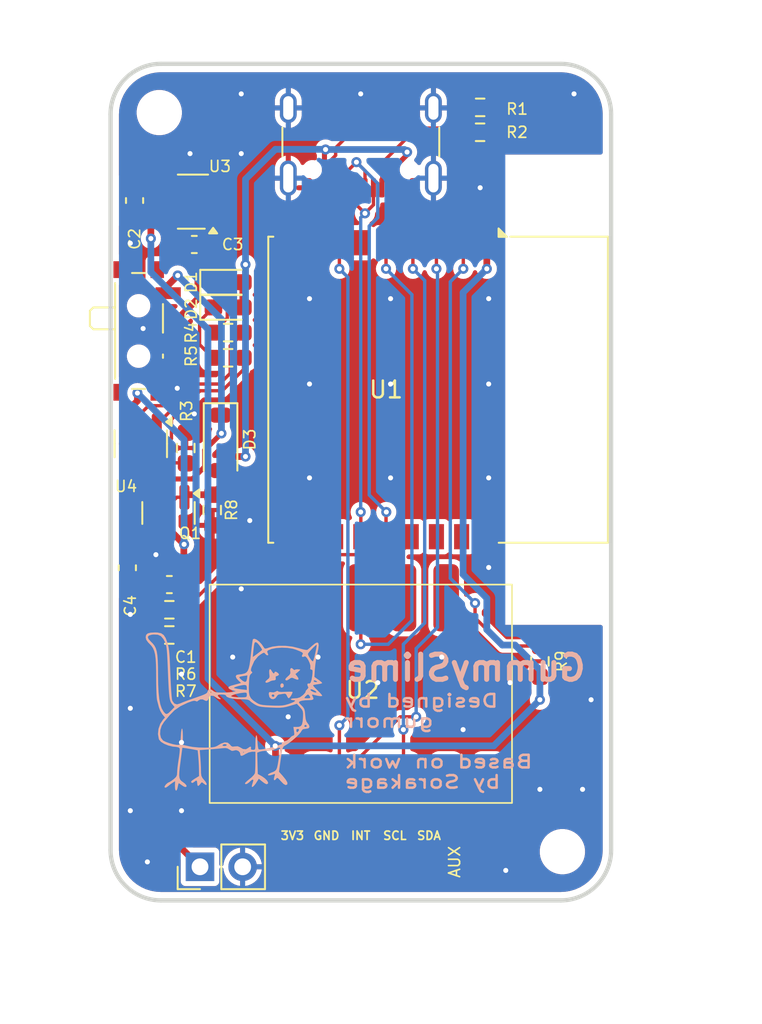
<source format=kicad_pcb>
(kicad_pcb (version 20240108) (generator "pcbnew") (generator_version "8.0")
  (layers (0 "F.Cu" signal "Top Layer") (31 "B.Cu" signal "Bottom Layer") (34 "B.Paste" user "Bottom Paste Mask Layer") (35 "F.Paste" user "Top Paste Mask Layer") (36 "B.SilkS" user "Bottom Silkscreen Layer") (37 "F.SilkS" user "Top Silkscreen Layer") (38 "B.Mask" user "Bottom Solder Mask Layer") (39 "F.Mask" user "Top Solder Mask Layer") (44 "Edge.Cuts" user "Multi-Layer"))
  (net 0 "")
  (net 1 "+5V")
  (net 2 "Net-(D3-K)")
  (net 3 "+BAT")
  (net 4 "GND")
  (net 6 "+3V3")
  (net 7 "INT1")
  (net 8 "INT2")
  (net 9 "SCL")
  (net 10 "D-")
  (net 15 "D+")
  (net 16 "SDA")
  (net 17 "ADC")
  (net 18 "Net-(U1-EN)")
  (net 22 "VIN")
  (net 24 "Net-(U4-STDBY)")
  (net 25 "Net-(U4-~{CHRG})")
  (net 26 "Net-(U4-PROG)")
  (net 27 "Net-(D1-K)")
  (net 28 "Net-(D2-K)")
  (net 37 "Net-(CN1-CC2)")
  (net 38 "Net-(CN1-CC1)")
  (footprint "Resistor_SMD:R_0603_1608Metric_Pad0.98x0.95mm_HandSolder" (layer "F.Cu") (at 140.5 114 180)
    (property "Reference" "R7" (at -0.978 -3.348 0) (layer "F.SilkS") (effects (font (size 0.66 0.66) (thickness 0.1))))
    (property "Value" "100K" (hide yes))
    (pad "1" smd roundrect (at -0.9125 0 180) (size 0.975 0.95) (layers "F.Cu" "F.Paste" "F.Mask") (net 17 "ADC"))
    (pad "2" smd roundrect (at 0.9125 0 180) (size 0.975 0.95) (layers "F.Cu" "F.Paste" "F.Mask") (net 3 "+BAT"))
  )
  (footprint "Package_TO_SOT_SMD:SOT-23" (layer "F.Cu") (at 140.45 106.7375 -90)
    (property "Reference" "Q1" (at 1.2125 -1.282 180) (layer "F.SilkS") (effects (font (size 0.66 0.66) (thickness 0.1))))
    (property "Value" "IRLML6401" (hide yes))
    (pad "1" smd roundrect (at -0.9375 -0.95 270) (size 1.475 0.6) (layers "F.Cu" "F.Paste" "F.Mask") (net 1 "+5V"))
    (pad "2" smd roundrect (at -0.9375 0.95 270) (size 1.475 0.6) (layers "F.Cu" "F.Paste" "F.Mask") (net 2 "Net-(D3-K)"))
    (pad "3" smd roundrect (at 0.9375 0 270) (size 1.475 0.6) (layers "F.Cu" "F.Paste" "F.Mask") (net 3 "+BAT"))
  )
  (footprint "LED_SMD:LED_0603_1608Metric_Pad1.05x0.95mm_HandSolder" (layer "F.Cu") (at 144 93)
    (property "Reference" "D1" (at -2.2 0 90) (layer "F.SilkS") (effects (font (size 0.66 0.66) (thickness 0.1))))
    (property "Value" "R" (hide yes))
    (pad "1" smd roundrect (at -0.875 0) (size 1.05 0.95) (layers "F.Cu" "F.Paste" "F.Mask") (net 27 "Net-(D1-K)"))
    (pad "2" smd roundrect (at 0.875 0) (size 1.05 0.95) (layers "F.Cu" "F.Paste" "F.Mask") (net 1 "+5V"))
  )
  (footprint "Resistor_SMD:R_0603_1608Metric_Pad0.98x0.95mm_HandSolder" (layer "F.Cu") (at 144 97.5)
    (property "Reference" "R5" (at -2.2 -0.1 90) (layer "F.SilkS") (effects (font (size 0.66 0.66) (thickness 0.1))))
    (property "Value" "1K" (hide yes))
    (pad "1" smd roundrect (at -0.9125 0) (size 0.975 0.95) (layers "F.Cu" "F.Paste" "F.Mask") (net 28 "Net-(D2-K)"))
    (pad "2" smd roundrect (at 0.9125 0) (size 0.975 0.95) (layers "F.Cu" "F.Paste" "F.Mask") (net 24 "Net-(U4-STDBY)"))
  )
  (footprint "GummySlime:BMI_LSM" (layer "F.Cu") (at 151.9 117.5 90)
    (property "Reference" "U2" (at 0.216794 0.108397 0) (layer "F.SilkS"))
    (property "Value" "IMU_MODULE" (hide yes))
    (pad "1" smd roundrect (at -5.715 -7.62 90) (size 4 1.524) (layers "F.Cu" "F.Paste" "F.Mask"))
    (pad "2" smd roundrect (at -5.715 -5.08 90) (size 4 1.524) (layers "F.Cu" "F.Paste" "F.Mask") (net 6 "+3V3"))
    (pad "3" smd roundrect (at -5.715 -2.54 90) (size 4 1.524) (layers "F.Cu" "F.Paste" "F.Mask") (net 4 "GND"))
    (pad "4" smd roundrect (at -5.715 0 90) (size 4 1.524) (layers "F.Cu" "F.Paste" "F.Mask") (net 9 "SCL"))
    (pad "5" smd roundrect (at -5.715 2.54 90) (size 4 1.524) (layers "F.Cu" "F.Paste" "F.Mask") (net 16 "SDA"))
    (pad "6" smd roundrect (at -5.715 5.08 90) (size 4 1.524) (layers "F.Cu" "F.Paste" "F.Mask"))
    (pad "7" smd roundrect (at -5.715 7.62 90) (size 4 1.524) (layers "F.Cu" "F.Paste" "F.Mask"))
    (pad "8" smd roundrect (at 5.715 -5.08 90) (size 4 1.524) (layers "F.Cu" "F.Paste" "F.Mask"))
    (pad "9" smd roundrect (at 5.715 -2.54 90) (size 4 1.524) (layers "F.Cu" "F.Paste" "F.Mask"))
    (pad "10" smd roundrect (at 5.715 0 90) (size 4 1.524) (layers "F.Cu" "F.Paste" "F.Mask") (net 7 "INT1"))
    (pad "11" smd roundrect (at 5.715 2.54 90) (size 4 1.524) (layers "F.Cu" "F.Paste" "F.Mask"))
    (pad "12" smd roundrect (at 5.715 5.08 90) (size 4 1.524) (layers "F.Cu" "F.Paste" "F.Mask"))
  )
  (footprint "Capacitor_SMD:C_0603_1608Metric_Pad1.08x0.95mm_HandSolder" (layer "F.Cu") (at 138.43 88.138 90)
    (property "Reference" "C2" (at -2.286 0 -90) (layer "F.SilkS") (effects (font (size 0.66 0.66) (thickness 0.1))))
    (property "Value" "1uF" (hide yes))
    (pad "1" smd roundrect (at -0.8625 0 90) (size 1.075 0.95) (layers "F.Cu" "F.Paste" "F.Mask") (net 6 "+3V3"))
    (pad "2" smd roundrect (at 0.8625 0 90) (size 1.075 0.95) (layers "F.Cu" "F.Paste" "F.Mask") (net 4 "GND"))
  )
  (footprint "Resistor_SMD:R_0603_1608Metric_Pad0.98x0.95mm_HandSolder" (layer "F.Cu") (at 141.478 102.87 90)
    (property "Reference" "R3" (at 2.2 0.05 -90) (layer "F.SilkS") (effects (font (size 0.66 0.66) (thickness 0.1))))
    (property "Value" "3K")
    (pad "1" smd roundrect (at -0.9125 0 90) (size 0.975 0.95) (layers "F.Cu" "F.Paste" "F.Mask") (net 26 "Net-(U4-PROG)"))
    (pad "2" smd roundrect (at 0.9125 0 90) (size 0.975 0.95) (layers "F.Cu" "F.Paste" "F.Mask") (net 4 "GND"))
  )
  (footprint "Resistor_SMD:R_0603_1608Metric_Pad0.98x0.95mm_HandSolder" (layer "F.Cu") (at 159 84.074 180)
    (property "Reference" "R2" (at -2.2 0 0) (layer "F.SilkS") (effects (font (size 0.66 0.66) (thickness 0.1))))
    (property "Value" "5.1K" (hide yes))
    (pad "1" smd roundrect (at -0.9125 0 180) (size 0.975 0.95) (layers "F.Cu" "F.Paste" "F.Mask") (net 4 "GND"))
    (pad "2" smd roundrect (at 0.9125 0 180) (size 0.975 0.95) (layers "F.Cu" "F.Paste" "F.Mask") (net 38 "Net-(CN1-CC1)"))
  )
  (footprint "Button_Switch_SMD:SW_SPDT_PCM12" (layer "F.Cu") (at 139 95.902 -90)
    (property "Reference" "SW1" (hide yes))
    (property "Value" "SW_SPDT")
    (pad "" smd rect (at -3.65 -0.78 270) (size 1 0.8) (layers "F.Cu" "F.Paste" "F.Mask"))
    (pad "" smd rect (at -3.65 1.43 270) (size 1 0.8) (layers "F.Cu" "F.Paste" "F.Mask"))
    (pad "" np_thru_hole circle (at -1.5 0.33 270) (size 0.9 0.9) (drill 0.9) (layers "*.Cu" "*.Mask"))
    (pad "" np_thru_hole circle (at 1.5 0.33 270) (size 0.9 0.9) (drill 0.9) (layers "*.Cu" "*.Mask"))
    (pad "" smd rect (at 3.65 -0.78 270) (size 1 0.8) (layers "F.Cu" "F.Paste" "F.Mask"))
    (pad "" smd rect (at 3.65 1.43 270) (size 1 0.8) (layers "F.Cu" "F.Paste" "F.Mask"))
    (pad "1" smd rect (at -2.25 -1.43 270) (size 0.7 1.5) (layers "F.Cu" "F.Paste" "F.Mask") (net 2 "Net-(D3-K)"))
    (pad "2" smd rect (at 0.75 -1.43 270) (size 0.7 1.5) (layers "F.Cu" "F.Paste" "F.Mask") (net 22 "VIN"))
    (pad "3" smd rect (at 2.25 -1.43 270) (size 0.7 1.5) (layers "F.Cu" "F.Paste" "F.Mask"))
  )
  (footprint "Resistor_SMD:R_0603_1608Metric_Pad0.98x0.95mm_HandSolder" (layer "F.Cu") (at 140.5 112.5)
    (property "Reference" "R6" (at 0.978 3.832 0) (layer "F.SilkS") (effects (font (size 0.66 0.66) (thickness 0.1))))
    (property "Value" "100K" (hide yes))
    (pad "1" smd roundrect (at -0.9125 0) (size 0.975 0.95) (layers "F.Cu" "F.Paste" "F.Mask") (net 4 "GND"))
    (pad "2" smd roundrect (at 0.9125 0) (size 0.975 0.95) (layers "F.Cu" "F.Paste" "F.Mask") (net 17 "ADC"))
  )
  (footprint "Package_TO_SOT_SMD:SOT-23-5_HandSoldering" (layer "F.Cu") (at 141.906 88.204 180)
    (property "Reference" "U3" (at -1.604 2.098 180) (layer "F.SilkS") (effects (font (size 0.66 0.66) (thickness 0.1))))
    (property "Value" "MIC5504-3.3Y")
    (pad "1" smd roundrect (at -1.35 -0.95 180) (size 1.56 0.65) (layers "F.Cu" "F.Paste" "F.Mask") (net 22 "VIN"))
    (pad "2" smd roundrect (at -1.35 0 180) (size 1.56 0.65) (layers "F.Cu" "F.Paste" "F.Mask") (net 4 "GND"))
    (pad "3" smd roundrect (at -1.35 0.95 180) (size 1.56 0.65) (layers "F.Cu" "F.Paste" "F.Mask") (net 22 "VIN"))
    (pad "4" smd roundrect (at 1.35 0.95 180) (size 1.56 0.65) (layers "F.Cu" "F.Paste" "F.Mask"))
    (pad "5" smd roundrect (at 1.35 -0.95 180) (size 1.56 0.65) (layers "F.Cu" "F.Paste" "F.Mask") (net 6 "+3V3"))
  )
  (footprint "MountingHole:MountingHole_2.2mm_M2" (layer "F.Cu") (at 163.9005 126.9)
    (property "Reference" "REF**" (hide yes))
    (property "Value" "MountingHole_2.2mm_M2")
    (pad "" np_thru_hole circle (at 0 0) (size 2.2 2.2) (drill 2.2) (layers "*.Cu" "*.Mask"))
  )
  (footprint "MountingHole:MountingHole_2.2mm_M2" (layer "F.Cu") (at 139.9005 82.9005)
    (property "Reference" "REF**" (hide yes))
    (property "Value" "MountingHole_2.2mm_M2")
    (pad "" np_thru_hole circle (at 0 0) (size 2.2 2.2) (drill 2.2) (layers "*.Cu" "*.Mask"))
  )
  (footprint "RF_Module:ESP32-C3-WROOM-02" (layer "F.Cu") (at 153.4 99.4 -90)
    (property "Reference" "U1" (at 0 0 180) (layer "F.SilkS"))
    (property "Value" "ESP32-C3-WROOM-02" (hide yes))
    (pad "1" smd rect (at -8.75 -6 270) (size 1.5 0.9) (layers "F.Cu" "F.Paste" "F.Mask") (net 6 "+3V3"))
    (pad "2" smd rect (at -8.75 -4.5 270) (size 1.5 0.9) (layers "F.Cu" "F.Paste" "F.Mask") (net 18 "Net-(U1-EN)"))
    (pad "3" smd rect (at -8.75 -3 270) (size 1.5 0.9) (layers "F.Cu" "F.Paste" "F.Mask") (net 9 "SCL"))
    (pad "4" smd rect (at -8.75 -1.5 270) (size 1.5 0.9) (layers "F.Cu" "F.Paste" "F.Mask") (net 16 "SDA"))
    (pad "5" smd rect (at -8.75 0 270) (size 1.5 0.9) (layers "F.Cu" "F.Paste" "F.Mask") (net 7 "INT1"))
    (pad "6" smd rect (at -8.75 1.5 270) (size 1.5 0.9) (layers "F.Cu" "F.Paste" "F.Mask"))
    (pad "7" smd rect (at -8.75 3 270) (size 1.5 0.9) (layers "F.Cu" "F.Paste" "F.Mask") (net 8 "INT2"))
    (pad "8" smd rect (at -8.75 4.5 270) (size 1.5 0.9) (layers "F.Cu" "F.Paste" "F.Mask"))
    (pad "9" smd rect (at -8.75 6 270) (size 1.5 0.9) (layers "F.Cu" "F.Paste" "F.Mask") (net 4 "GND"))
    (pad "10" smd rect (at 8.75 6 270) (size 1.5 0.9) (layers "F.Cu" "F.Paste" "F.Mask"))
    (pad "11" smd rect (at 8.75 4.5 270) (size 1.5 0.9) (layers "F.Cu" "F.Paste" "F.Mask"))
    (pad "12" smd rect (at 8.75 3 270) (size 1.5 0.9) (layers "F.Cu" "F.Paste" "F.Mask"))
    (pad "13" smd rect (at 8.75 1.5 270) (size 1.5 0.9) (layers "F.Cu" "F.Paste" "F.Mask") (net 10 "D-"))
    (pad "14" smd rect (at 8.75 0 270) (size 1.5 0.9) (layers "F.Cu" "F.Paste" "F.Mask") (net 15 "D+"))
    (pad "15" smd rect (at 8.75 -1.5 270) (size 1.5 0.9) (layers "F.Cu" "F.Paste" "F.Mask") (net 17 "ADC"))
    (pad "16" smd rect (at 8.75 -3 270) (size 1.5 0.9) (layers "F.Cu" "F.Paste" "F.Mask"))
    (pad "17" smd rect (at 8.75 -4.5 270) (size 1.5 0.9) (layers "F.Cu" "F.Paste" "F.Mask"))
    (pad "18" smd rect (at 8.75 -6 270) (size 1.5 0.9) (layers "F.Cu" "F.Paste" "F.Mask"))
    (zone (net 0) (net_name "") (layers "*.Cu") (connect_pads (clearance 0)) (min_thickness 0.254)
      (keepout (tracks not_allowed) (vias not_allowed) (pads not_allowed) (copperpour not_allowed) (footprints not_allowed))
      (fill (thermal_gap 0.508) (thermal_bridge_width 0.508))
      (polygon (pts (xy 160.5 85.4) (xy 160.5 113.4) (xy 171.5 113.4) (xy 171.5 85.4)))
    )
  )
  (footprint "Resistor_SMD:R_0603_1608Metric_Pad0.98x0.95mm_HandSolder" (layer "F.Cu") (at 143.05 106.5625 -90)
    (property "Reference" "R8" (at 0 -1.15 90) (layer "F.SilkS") (effects (font (size 0.66 0.66) (thickness 0.1))))
    (property "Value" "4.7K" (hide yes))
    (pad "1" smd roundrect (at -0.9125 0 270) (size 0.975 0.95) (layers "F.Cu" "F.Paste" "F.Mask") (net 1 "+5V"))
    (pad "2" smd roundrect (at 0.9125 0 270) (size 0.975 0.95) (layers "F.Cu" "F.Paste" "F.Mask") (net 4 "GND"))
  )
  (footprint "Diode_SMD:D_SOD-123" (layer "F.Cu") (at 143.55 102.5625 -90)
    (property "Reference" "D3" (at -0.2005 -1.738 90) (layer "F.SilkS") (effects (font (size 0.66 0.66) (thickness 0.1))))
    (property "Value" "SS14" (hide yes))
    (pad "1" smd roundrect (at -1.65 0 270) (size 0.9 1.2) (layers "F.Cu" "F.Paste" "F.Mask") (net 2 "Net-(D3-K)"))
    (pad "2" smd roundrect (at 1.65 0 270) (size 0.9 1.2) (layers "F.Cu" "F.Paste" "F.Mask") (net 1 "+5V"))
  )
  (footprint "Capacitor_SMD:C_0603_1608Metric_Pad1.08x0.95mm_HandSolder" (layer "F.Cu") (at 138 110 -90)
    (property "Reference" "C4" (at 2.268 -0.176 90) (layer "F.SilkS") (effects (font (size 0.66 0.66) (thickness 0.1))))
    (property "Value" "0.1uF")
    (pad "1" smd roundrect (at -0.8625 0 270) (size 1.075 0.95) (layers "F.Cu" "F.Paste" "F.Mask") (net 1 "+5V"))
    (pad "2" smd roundrect (at 0.8625 0 270) (size 1.075 0.95) (layers "F.Cu" "F.Paste" "F.Mask") (net 4 "GND"))
  )
  (footprint "Connector_USB:USB_C_Receptacle_GCT_USB4105-xx-A_16P_TopMnt_Horizontal" (layer "F.Cu") (at 151.9 83.7 180)
    (property "Reference" "CN1" (hide yes))
    (property "Value" "USB_C_Receptacle_USB2.0_16P")
    (pad "" np_thru_hole circle (at -2.89 -2.605 180) (size 0.65 0.65) (drill 0.65) (layers "F&B.Cu" "*.Mask"))
    (pad "" np_thru_hole circle (at 2.89 -2.605 180) (size 0.65 0.65) (drill 0.65) (layers "F&B.Cu" "*.Mask"))
    (pad "A1" smd roundrect (at -3.2 -3.68 180) (size 0.6 1.15) (layers "F.Cu" "F.Paste" "F.Mask") (net 4 "GND"))
    (pad "A4" smd roundrect (at -2.4 -3.68 180) (size 0.6 1.15) (layers "F.Cu" "F.Paste" "F.Mask") (net 1 "+5V"))
    (pad "A5" smd roundrect (at -1.25 -3.68 180) (size 0.3 1.15) (layers "F.Cu" "F.Paste" "F.Mask") (net 38 "Net-(CN1-CC1)"))
    (pad "A6" smd roundrect (at -0.25 -3.68 180) (size 0.3 1.15) (layers "F.Cu" "F.Paste" "F.Mask") (net 15 "D+"))
    (pad "A7" smd roundrect (at 0.25 -3.68 180) (size 0.3 1.15) (layers "F.Cu" "F.Paste" "F.Mask") (net 10 "D-"))
    (pad "A8" smd roundrect (at 1.25 -3.68 180) (size 0.3 1.15) (layers "F.Cu" "F.Paste" "F.Mask"))
    (pad "A9" smd roundrect (at 2.4 -3.68 180) (size 0.6 1.15) (layers "F.Cu" "F.Paste" "F.Mask") (net 1 "+5V"))
    (pad "A12" smd roundrect (at 3.2 -3.68 180) (size 0.6 1.15) (layers "F.Cu" "F.Paste" "F.Mask") (net 4 "GND"))
    (pad "B1" smd roundrect (at 3.2 -3.68 180) (size 0.6 1.15) (layers "F.Cu" "F.Paste" "F.Mask") (net 4 "GND"))
    (pad "B4" smd roundrect (at 2.4 -3.68 180) (size 0.6 1.15) (layers "F.Cu" "F.Paste" "F.Mask") (net 1 "+5V"))
    (pad "B5" smd roundrect (at 1.75 -3.68 180) (size 0.3 1.15) (layers "F.Cu" "F.Paste" "F.Mask") (net 37 "Net-(CN1-CC2)"))
    (pad "B6" smd roundrect (at 0.75 -3.68 180) (size 0.3 1.15) (layers "F.Cu" "F.Paste" "F.Mask") (net 15 "D+"))
    (pad "B7" smd roundrect (at -0.75 -3.68 180) (size 0.3 1.15) (layers "F.Cu" "F.Paste" "F.Mask") (net 10 "D-"))
    (pad "B8" smd roundrect (at -1.75 -3.68 180) (size 0.3 1.15) (layers "F.Cu" "F.Paste" "F.Mask"))
    (pad "B9" smd roundrect (at -2.4 -3.68 180) (size 0.6 1.15) (layers "F.Cu" "F.Paste" "F.Mask") (net 1 "+5V"))
    (pad "B12" smd roundrect (at -3.2 -3.68 180) (size 0.6 1.15) (layers "F.Cu" "F.Paste" "F.Mask") (net 4 "GND"))
    (pad "S1" thru_hole oval (at -4.32 -3.105 180) (size 1 2.1) (drill oval 0.6 1.7) (layers "*.Cu" "*.Mask" "F.Paste") (net 4 "GND"))
    (pad "S1" thru_hole oval (at -4.32 1.075 180) (size 1 1.8) (drill oval 0.6 1.4) (layers "*.Cu" "*.Mask" "F.Paste") (net 4 "GND"))
    (pad "S1" thru_hole oval (at 4.32 -3.105 180) (size 1 2.1) (drill oval 0.6 1.7) (layers "*.Cu" "*.Mask" "F.Paste") (net 4 "GND"))
    (pad "S1" thru_hole oval (at 4.32 1.075 180) (size 1 1.8) (drill oval 0.6 1.4) (layers "*.Cu" "*.Mask" "F.Paste") (net 4 "GND"))
  )
  (footprint "Connector_PinHeader_2.54mm:PinHeader_1x02_P2.54mm_Vertical" (layer "F.Cu") (at 142.325 127.8 90)
    (property "Reference" "J1" (hide yes))
    (property "Value" "BAT" (hide yes))
    (pad "1" thru_hole rect (at 0 0 90) (size 1.7 1.7) (drill 1) (layers "*.Cu" "*.Mask") (net 3 "+BAT"))
    (pad "2" thru_hole oval (at 0 2.54 90) (size 1.7 1.7) (drill 1) (layers "*.Cu" "*.Mask") (net 4 "GND"))
  )
  (footprint "Package_TO_SOT_SMD:TSOT-23-6" (layer "F.Cu") (at 138.8 102.616 -90)
    (property "Reference" "U4" (at 2.54 0.878 0) (layer "F.SilkS") (effects (font (size 0.66 0.66) (thickness 0.1))))
    (property "Value" "TP4057" (hide yes))
    (pad "1" smd roundrect (at -1.1375 -0.95 270) (size 1.325 0.6) (layers "F.Cu" "F.Paste" "F.Mask") (net 25 "Net-(U4-~{CHRG})"))
    (pad "2" smd roundrect (at -1.1375 0 270) (size 1.325 0.6) (layers "F.Cu" "F.Paste" "F.Mask") (net 4 "GND"))
    (pad "3" smd roundrect (at -1.1375 0.95 270) (size 1.325 0.6) (layers "F.Cu" "F.Paste" "F.Mask") (net 3 "+BAT"))
    (pad "4" smd roundrect (at 1.1375 0.95 270) (size 1.325 0.6) (layers "F.Cu" "F.Paste" "F.Mask") (net 1 "+5V"))
    (pad "5" smd roundrect (at 1.1375 0 270) (size 1.325 0.6) (layers "F.Cu" "F.Paste" "F.Mask") (net 24 "Net-(U4-STDBY)"))
    (pad "6" smd roundrect (at 1.1375 -0.95 270) (size 1.325 0.6) (layers "F.Cu" "F.Paste" "F.Mask") (net 26 "Net-(U4-PROG)"))
  )
  (footprint "Resistor_SMD:R_0603_1608Metric_Pad0.98x0.95mm_HandSolder" (layer "F.Cu") (at 144 96)
    (property "Reference" "R4" (at -2.2 0 90) (layer "F.SilkS") (effects (font (size 0.66 0.66) (thickness 0.1))))
    (property "Value" "1K" (hide yes))
    (pad "1" smd roundrect (at -0.9125 0) (size 0.975 0.95) (layers "F.Cu" "F.Paste" "F.Mask") (net 27 "Net-(D1-K)"))
    (pad "2" smd roundrect (at 0.9125 0) (size 0.975 0.95) (layers "F.Cu" "F.Paste" "F.Mask") (net 25 "Net-(U4-~{CHRG})"))
  )
  (footprint "Resistor_SMD:R_0603_1608Metric_Pad0.98x0.95mm_HandSolder" (layer "F.Cu") (at 159.004 82.592 180)
    (property "Reference" "R1" (at -2.2 -0.1 0) (layer "F.SilkS") (effects (font (size 0.66 0.66) (thickness 0.1))))
    (property "Value" "5.1K")
    (pad "1" smd roundrect (at -0.9125 0 180) (size 0.975 0.95) (layers "F.Cu" "F.Paste" "F.Mask") (net 4 "GND"))
    (pad "2" smd roundrect (at 0.9125 0 180) (size 0.975 0.95) (layers "F.Cu" "F.Paste" "F.Mask") (net 37 "Net-(CN1-CC2)"))
  )
  (footprint "Capacitor_SMD:C_0603_1608Metric_Pad1.08x0.95mm_HandSolder" (layer "F.Cu") (at 141.986 90.7542 180)
    (property "Reference" "C3" (at -2.286 0 0) (layer "F.SilkS") (effects (font (size 0.66 0.66) (thickness 0.1))))
    (property "Value" "1uF" (hide yes))
    (pad "1" smd roundrect (at -0.8625 0 180) (size 1.075 0.95) (layers "F.Cu" "F.Paste" "F.Mask") (net 22 "VIN"))
    (pad "2" smd roundrect (at 0.8625 0 180) (size 1.075 0.95) (layers "F.Cu" "F.Paste" "F.Mask") (net 4 "GND"))
  )
  (footprint "Resistor_SMD:R_0603_1608Metric_Pad0.98x0.95mm_HandSolder" (layer "F.Cu") (at 162.56 115.57 -90)
    (property "Reference" "R9" (at 0 -1.27 90) (layer "F.SilkS") (effects (font (size 0.66 0.66) (thickness 0.1))))
    (property "Value" "4.7K" (hide yes))
    (pad "1" smd roundrect (at -0.9125 0 270) (size 0.975 0.95) (layers "F.Cu" "F.Paste" "F.Mask") (net 18 "Net-(U1-EN)"))
    (pad "2" smd roundrect (at 0.9125 0 270) (size 0.975 0.95) (layers "F.Cu" "F.Paste" "F.Mask") (net 6 "+3V3"))
  )
  (footprint "GummySlime:AUX CONNECTOR" (layer "F.Cu") (at 151.892 127.508)
    (property "Reference" "CN2" (hide yes))
    (property "Value" "AUX" (at 5.588 0 90) (layer "F.SilkS") (effects (font (size 0.66 0.66) (thickness 0.1))))
    (pad "1" smd roundrect (at -4 0 90) (size 2.286 1.524) (layers "F.Cu" "F.Paste" "F.Mask") (net 6 "+3V3"))
    (pad "2" smd roundrect (at -2 0 90) (size 2.286 1.524) (layers "F.Cu" "F.Paste" "F.Mask") (net 4 "GND"))
    (pad "3" smd roundrect (at 0 0 90) (size 2.286 1.524) (layers "F.Cu" "F.Paste" "F.Mask") (net 8 "INT2"))
    (pad "4" smd roundrect (at 2 0 90) (size 2.286 1.524) (layers "F.Cu" "F.Paste" "F.Mask") (net 9 "SCL"))
    (pad "5" smd roundrect (at 4 0 90) (size 2.286 1.524) (layers "F.Cu" "F.Paste" "F.Mask") (net 16 "SDA"))
  )
  (footprint "LED_SMD:LED_0603_1608Metric_Pad1.05x0.95mm_HandSolder" (layer "F.Cu") (at 144 94.5)
    (property "Reference" "D2" (at -2.2 0.1 90) (layer "F.SilkS") (effects (font (size 0.66 0.66) (thickness 0.1))))
    (property "Value" "G" (hide yes))
    (pad "1" smd roundrect (at -0.875 0) (size 1.05 0.95) (layers "F.Cu" "F.Paste" "F.Mask") (net 28 "Net-(D2-K)"))
    (pad "2" smd roundrect (at 0.875 0) (size 1.05 0.95) (layers "F.Cu" "F.Paste" "F.Mask") (net 1 "+5V"))
  )
  (footprint "Capacitor_SMD:C_0603_1608Metric_Pad1.08x0.95mm_HandSolder" (layer "F.Cu") (at 140.5 111 180)
    (property "Reference" "C1" (at -0.978 -4.316 0) (layer "F.SilkS") (effects (font (size 0.66 0.66) (thickness 0.1))))
    (property "Value" "10uF" (hide yes))
    (pad "1" smd roundrect (at -0.8625 0 180) (size 1.075 0.95) (layers "F.Cu" "F.Paste" "F.Mask") (net 3 "+BAT"))
    (pad "2" smd roundrect (at 0.8625 0 180) (size 1.075 0.95) (layers "F.Cu" "F.Paste" "F.Mask") (net 4 "GND"))
  )
  (footprint "GummySlime:Cat_Logo" (layer "B.Cu") (at 144.487286 118.11 180)
    (property "Reference" "G***" (hide yes))
    (property "Value" "LOGO" (hide yes))
  )
  (gr_arc (start 137.0005 83) (mid 137.87918 80.87868) (end 140.0005 80) (stroke (width 0.254)) (layer "Edge.Cuts"))
  (gr_line (start 140.0005 80) (end 163.8005 80) (stroke (width 0.254)) (layer "Edge.Cuts"))
  (gr_line (start 163.8005 129.8) (end 140.0005 129.8) (stroke (width 0.254)) (layer "Edge.Cuts"))
  (gr_arc (start 166.8005 126.8) (mid 165.92182 128.92132) (end 163.8005 129.8) (stroke (width 0.254)) (layer "Edge.Cuts"))
  (gr_arc (start 140.0005 129.8) (mid 137.87918 128.92132) (end 137.0005 126.8) (stroke (width 0.254)) (layer "Edge.Cuts"))
  (gr_line (start 166.8005 83) (end 166.8005 126.8) (stroke (width 0.254)) (layer "Edge.Cuts"))
  (gr_line (start 137.0005 83) (end 137.0005 126.8) (stroke (width 0.254)) (layer "Edge.Cuts"))
  (gr_arc (start 163.8005 80) (mid 165.92182 80.87868) (end 166.8005 83) (stroke (width 0.254)) (layer "Edge.Cuts"))
  (gr_text "Designed by\ngumorr\n\nBased on work\nby Sorakage" (at 150.837286 123.19 -0) (layer "B.SilkS") (effects (font (size 0.75 1)) (justify right bottom mirror)))
  (gr_text "GummySlime" (at 150.837286 116.84 -0) (layer "B.SilkS") (effects (font (size 1.5 1.5) (thickness 0.3) (bold yes)) (justify right bottom mirror)))
  (gr_text "INT" (at 151.892 126.238 0) (layer "F.SilkS") (effects (font (size 0.5 0.5) (thickness 0.1)) (justify bottom)))
  (gr_text "3V3" (at 147.828 126.238 0) (layer "F.SilkS") (effects (font (size 0.5 0.5) (thickness 0.1)) (justify bottom)))
  (gr_text "GND" (at 149.86 126.238 0) (layer "F.SilkS") (effects (font (size 0.5 0.5) (thickness 0.1)) (justify bottom)))
  (gr_text "SDA" (at 155.956 126.238 0) (layer "F.SilkS") (effects (font (size 0.5 0.5) (thickness 0.1)) (justify bottom)))
  (gr_text "SCL" (at 153.924 126.238 0) (layer "F.SilkS") (effects (font (size 0.5 0.5) (thickness 0.1)) (justify bottom)))
  (segment (start 154.065 86.605305) (end 154.3 86.840305) (width 0.3) (layer "F.Cu") (net 1))
  (segment (start 143.55 104.2125) (end 143.55 105.15) (width 0.4) (layer "F.Cu") (net 1))
  (segment (start 154.3 86.840305) (end 154.3 87.38) (width 0.3) (layer "F.Cu") (net 1))
  (segment (start 139.746948 107) (end 140.946948 105.8) (width 0.2) (layer "F.Cu") (net 1))
  (segment (start 144.875 94.5) (end 144.875 93) (width 0.4) (layer "F.Cu") (net 1))
  (segment (start 138 107) (end 138 103.9035) (width 0.4) (layer "F.Cu") (net 1))
  (segment (start 145.034 92.841) (end 144.875 93) (width 0.4) (layer "F.Cu") (net 1))
  (segment (start 143.05 105.65) (end 141.55 105.65) (width 0.4) (layer "F.Cu") (net 1))
  (segment (start 144.3845 103.378) (end 143.55 104.2125) (width 0.4) (layer "F.Cu") (net 1))
  (segment (start 143.55 105.15) (end 143.05 105.65) (width 0.4) (layer "F.Cu") (net 1))
  (segment (start 138 109.1375) (end 138 107) (width 0.4) (layer "F.Cu") (net 1))
  (segment (start 154.653101 85.253101) (end 154.653101 85.416594) (width 0.3) (layer "F.Cu") (net 1))
  (segment (start 149.735 86.605305) (end 149.5 86.840305) (width 0.3) (layer "F.Cu") (net 1))
  (segment (start 145.034 91.948) (end 145.034 92.841) (width 0.4) (layer "F.Cu") (net 1))
  (segment (start 145.034 103.378) (end 144.3845 103.378) (width 0.4) (layer "F.Cu") (net 1))
  (segment (start 138 107) (end 139.746948 107) (width 0.4) (layer "F.Cu") (net 1))
  (segment (start 141.4405 105.65) (end 141.412 105.6785) (width 0.3) (layer "F.Cu") (net 1))
  (segment (start 140.946948 105.8) (end 141.4 105.8) (width 0.2) (layer "F.Cu") (net 1))
  (segment (start 149.5 86.840305) (end 149.5 87.38) (width 0.3) (layer "F.Cu") (net 1))
  (segment (start 154.065 86.004695) (end 154.065 86.605305) (width 0.3) (layer "F.Cu") (net 1))
  (segment (start 154.653101 85.416594) (end 154.065 86.004695) (width 0.3) (layer "F.Cu") (net 1))
  (segment (start 149.8 85.1) (end 149.735 85.165) (width 0.3) (layer "F.Cu") (net 1))
  (segment (start 149.735 85.165) (end 149.735 86.605305) (width 0.3) (layer "F.Cu") (net 1))
  (segment (start 138 103.9035) (end 137.85 103.7535) (width 0.4) (layer "F.Cu") (net 1))
  (segment (start 141.55 105.65) (end 141.4 105.8) (width 0.3) (layer "F.Cu") (net 1))
  (via (at 145.034 103.378) (size 0.6) (drill 0.3) (layers "F.Cu" "B.Cu") (net 1))
  (via (at 145.034 91.948) (size 0.6) (drill 0.3) (layers "F.Cu" "B.Cu") (net 1))
  (via (at 154.653101 85.253101) (size 0.6) (drill 0.3) (layers "F.Cu" "B.Cu") (net 1))
  (via (at 149.8 85.1) (size 0.6) (drill 0.3) (layers "F.Cu" "B.Cu") (net 1))
  (segment (start 145.034 86.868) (end 145.034 91.948) (width 0.4) (layer "B.Cu") (net 1))
  (segment (start 149.8 85.1) (end 154.5 85.1) (width 0.4) (layer "B.Cu") (net 1))
  (segment (start 145.034 91.948) (end 145.034 103.378) (width 0.4) (layer "B.Cu") (net 1))
  (segment (start 146.812 85.09) (end 145.034 86.868) (width 0.4) (layer "B.Cu") (net 1))
  (segment (start 149.8 85.1) (end 149.79 85.09) (width 0.3) (layer "B.Cu") (net 1))
  (segment (start 154.5 85.1) (end 154.653101 85.253101) (width 0.4) (layer "B.Cu") (net 1))
  (segment (start 149.79 85.09) (end 146.812 85.09) (width 0.4) (layer "B.Cu") (net 1))
  (segment (start 142.6 103) (end 143.6 102) (width 0.3) (layer "F.Cu") (net 2))
  (segment (start 139.5 105.8) (end 140.5875 104.7125) (width 0.3) (layer "F.Cu") (net 2))
  (segment (start 140.43 93.652) (end 140.43 93.17) (width 0.4) (layer "F.Cu") (net 2))
  (segment (start 140.43 93.17) (end 141 92.6) (width 0.4) (layer "F.Cu") (net 2))
  (segment (start 140.5875 104.7125) (end 141.872932 104.7125) (width 0.3) (layer "F.Cu") (net 2))
  (segment (start 143.6 102) (end 143.6 100.9625) (width 0.4) (layer "F.Cu") (net 2))
  (segment (start 143.6 100.9625) (end 143.55 100.9125) (width 0.4) (layer "F.Cu") (net 2))
  (segment (start 141.872932 104.7125) (end 142.6 103.985432) (width 0.3) (layer "F.Cu") (net 2))
  (segment (start 142.6 103.985432) (end 142.6 103) (width 0.3) (layer "F.Cu") (net 2))
  (via (at 143.6 102) (size 0.6) (drill 0.3) (layers "F.Cu" "B.Cu") (net 2))
  (via (at 141 92.6) (size 0.6) (drill 0.3) (layers "F.Cu" "B.Cu") (net 2))
  (segment (start 143.6 95.2) (end 143.6 102) (width 0.4) (layer "B.Cu") (net 2))
  (segment (start 141 92.6) (end 143.6 95.2) (width 0.4) (layer "B.Cu") (net 2))
  (segment (start 140.525 111.8375) (end 140.525 113.0625) (width 0.4) (layer "F.Cu") (net 3))
  (segment (start 137.85 100.816001) (end 138.6 100.066001) (width 0.4) (layer "F.Cu") (net 3))
  (segment (start 142.325 127.8) (end 139.5875 125.0625) (width 0.4) (layer "F.Cu") (net 3))
  (segment (start 141.378125 108.603125) (end 141.3625 108.61875) (width 0.4) (layer "F.Cu") (net 3))
  (segment (start 140.525 113.0625) (end 139.5875 114) (width 0.4) (layer "F.Cu") (net 3))
  (segment (start 138.6 100.066001) (end 138.6 99.6) (width 0.4) (layer "F.Cu") (net 3))
  (segment (start 141.378125 108.603125) (end 140.45 107.675) (width 0.4) (layer "F.Cu") (net 3))
  (segment (start 139.5875 125.0625) (end 139.5875 114) (width 0.4) (layer "F.Cu") (net 3))
  (segment (start 141.3625 111) (end 140.525 111.8375) (width 0.4) (layer "F.Cu") (net 3))
  (segment (start 141.3625 108.61875) (end 141.3625 111) (width 0.4) (layer "F.Cu") (net 3))
  (segment (start 137.85 101.4785) (end 137.85 100.816001) (width 0.4) (layer "F.Cu") (net 3))
  (via (at 138.6 99.6) (size 0.6) (drill 0.3) (layers "F.Cu" "B.Cu") (net 3))
  (via (at 141.378125 108.603125) (size 0.6) (drill 0.3) (layers "F.Cu" "B.Cu") (net 3))
  (segment (start 138.6 99.6) (end 141.378125 102.378125) (width 0.4) (layer "B.Cu") (net 3))
  (segment (start 141.378125 102.378125) (end 141.378125 108.603125) (width 0.4) (layer "B.Cu") (net 3))
  (segment (start 140.304 100.352) (end 139.264001 100.352) (width 0.2) (layer "F.Cu") (net 4))
  (segment (start 149.36 123.215) (end 149.36 126.976) (width 0.4) (layer "F.Cu") (net 4))
  (segment (start 138 110.8625) (end 138.0575 110.8625) (width 0.4) (layer "F.Cu") (net 4))
  (segment (start 138.8 100.816001) (end 138.8 101.4785) (width 0.2) (layer "F.Cu") (net 4))
  (segment (start 140.97 99.686) (end 140.304 100.352) (width 0.2) (layer "F.Cu") (net 4))
  (segment (start 139.444 111) (end 138.684 111.76) (width 0.4) (layer "F.Cu") (net 4))
  (segment (start 138.0575 110.8625) (end 138.938 109.982) (width 0.4) (layer "F.Cu") (net 4))
  (segment (start 149.36 126.976) (end 149.892 127.508) (width 0.4) (layer "F.Cu") (net 4))
  (segment (start 139.264001 100.352) (end 138.8 100.816001) (width 0.2) (layer "F.Cu") (net 4))
  (segment (start 139.6375 111) (end 139.444 111) (width 0.4) (layer "F.Cu") (net 4))
  (segment (start 140.97 99.314) (end 140.97 99.686) (width 0.2) (layer "F.Cu") (net 4))
  (via (at 141.224 124.46) (size 0.6) (drill 0.3) (layers "F.Cu" "B.Cu") (net 4))
  (via (at 159.512 109.982) (size 0.6) (drill 0.3) (layers "F.Cu" "B.Cu") (net 4))
  (via (at 138.176 118.364) (size 0.6) (drill 0.3) (layers "F.Cu" "B.Cu") (net 4))
  (via (at 165.1 123.19) (size 0.6) (drill 0.3) (layers "F.Cu" "B.Cu") (net 4))
  (via (at 147.574 118.872) (size 0.6) (drill 0.3) (layers "F.Cu" "B.Cu") (net 4))
  (via (at 148.844 104.648) (size 0.6) (drill 0.3) (layers "F.Cu" "B.Cu") (net 4))
  (via (at 152.908 116.84) (size 0.6) (drill 0.3) (layers "F.Cu" "B.Cu") (net 4))
  (via (at 148.844 99.06) (size 0.6) (drill 0.3) (layers "F.Cu" "B.Cu") (net 4))
  (via (at 160.782 116.84) (size 0.6) (drill 0.3) (layers "F.Cu" "B.Cu") (net 4))
  (via (at 144.78 85.344) (size 0.6) (drill 0.3) (layers "F.Cu" "B.Cu") (net 4))
  (via (at 144.78 111.252) (size 0.6) (drill 0.3) (layers "F.Cu" "B.Cu") (net 4))
  (via (at 159.512 104.648) (size 0.6) (drill 0.3) (layers "F.Cu" "B.Cu") (net 4))
  (via (at 141.732 85.344) (size 0.6) (drill 0.3) (layers "F.Cu" "B.Cu") (net 4))
  (via (at 153.67 99.06) (size 0.6) (drill 0.3) (layers "F.Cu" "B.Cu") (net 4))
  (via (at 159.512 99.06) (size 0.6) (drill 0.3) (layers "F.Cu" "B.Cu") (net 4))
  (via (at 139.7 109.22) (size 0.6) (drill 0.3) (layers "F.Cu" "B.Cu") (net 4))
  (via (at 149.352 115.316) (size 0.6) (drill 0.3) (layers "F.Cu" "B.Cu") (net 4))
  (via (at 138.176 112.776) (size 0.6) (drill 0.3) (layers "F.Cu" "B.Cu") (net 4))
  (via (at 138.176 90.678) (size 0.6) (drill 0.3) (layers "F.Cu" "B.Cu") (net 4))
  (via (at 160.528 128.016) (size 0.6) (drill 0.3) (layers "F.Cu" "B.Cu") (net 4))
  (via (at 151.892 81.788) (size 0.6) (drill 0.3) (layers "F.Cu" "B.Cu") (net 4))
  (via (at 157.988 119.634) (size 0.6) (drill 0.3) (layers "F.Cu" "B.Cu") (net 4))
  (via (at 164.592 81.788) (size 0.6) (drill 0.3) (layers "F.Cu" "B.Cu") (net 4))
  (via (at 144.272 115.316) (size 0.6) (drill 0.3) (layers "F.Cu" "B.Cu") (net 4))
  (via (at 141.986 100.838) (size 0.6) (drill 0.3) (layers "F.Cu" "B.Cu") (net 4))
  (via (at 159.512 93.98) (size 0.6) (drill 0.3) (layers "F.Cu" "B.Cu") (net 4))
  (via (at 156.718 115.316) (size 0.6) (drill 0.3) (layers "F.Cu" "B.Cu") (net 4))
  (via (at 141.224 120.396) (size 0.6) (drill 0.3) (layers "F.Cu" "B.Cu") (net 4))
  (via (at 145.288 107.188) (size 0.6) (drill 0.3) (layers "F.Cu" "B.Cu") (net 4))
  (via (at 141.224 116.332) (size 0.6) (drill 0.3) (layers "F.Cu" "B.Cu") (net 4))
  (via (at 139.192 127.508) (size 0.6) (drill 0.3) (layers "F.Cu" "B.Cu") (net 4))
  (via (at 140.97 99.314) (size 0.6) (drill 0.3) (layers "F.Cu" "B.Cu") (net 4))
  (via (at 148.844 93.98) (size 0.6) (drill 0.3) (layers "F.Cu" "B.Cu") (net 4))
  (via (at 138.176 124.46) (size 0.6) (drill 0.3) (layers "F.Cu" "B.Cu") (net 4))
  (via (at 153.67 104.648) (size 0.6) (drill 0.3) (layers "F.Cu" "B.Cu") (net 4))
  (via (at 162.56 123.19) (size 0.6) (drill 0.3) (layers "F.Cu" "B.Cu") (net 4))
  (via (at 165.608 117.856) (size 0.6) (drill 0.3) (layers "F.Cu" "B.Cu") (net 4))
  (via (at 153.67 93.98) (size 0.6) (drill 0.3) (layers "F.Cu" "B.Cu") (net 4))
  (via (at 144.78 81.788) (size 0.6) (drill 0.3) (layers "F.Cu" "B.Cu") (net 4))
  (via (at 159.004 87.376) (size 0.6) (drill 0.3) (layers "F.Cu" "B.Cu") (net 4))
  (via (at 138.938 95.758) (size 0.6) (drill 0.3) (layers "F.Cu" "B.Cu") (net 4))
  (segment (start 139.4 89.154) (end 138.5835 89.154) (width 0.4) (layer "F.Cu") (net 6))
  (segment (start 138.5835 89.154) (end 138.43 89.0005) (width 0.4) (layer "F.Cu") (net 6))
  (segment (start 146.82 126.436) (end 147.892 127.508) (width 0.4) (layer "F.Cu") (net 6))
  (segment (start 162.56 116.4825) (end 162.56 117.856) (width 0.4) (layer "F.Cu") (net 6))
  (segment (start 139.4 89.154) (end 139.4 90.4) (width 0.4) (layer "F.Cu") (net 6))
  (segment (start 159.4 90.65) (end 159.4 92.2) (width 0.4) (layer "F.Cu") (net 6))
  (segment (start 146.82 123.215) (end 146.82 126.436) (width 0.4) (layer "F.Cu") (net 6))
  (segment (start 146.82 120.62) (end 146.8 120.6) (width 0.4) (layer "F.Cu") (net 6))
  (segment (start 146.82 123.215) (end 146.82 120.62) (width 0.4) (layer "F.Cu") (net 6))
  (segment (start 140.556 89.154) (end 139.4 89.154) (width 0.4) (layer "F.Cu") (net 6))
  (via (at 146.8 120.6) (size 0.6) (drill 0.3) (layers "F.Cu" "B.Cu") (net 6))
  (via (at 159.4 92.2) (size 0.6) (drill 0.3) (layers "F.Cu" "B.Cu") (net 6))
  (via (at 162.56 117.856) (size 0.6) (drill 0.3) (layers "F.Cu" "B.Cu") (net 6))
  (via (at 139.4 90.4) (size 0.6) (drill 0.3) (layers "F.Cu" "B.Cu") (net 6))
  (segment (start 159.816 120.6) (end 146.8 120.6) (width 0.4) (layer "B.Cu") (net 6))
  (segment (start 162.56 117.856) (end 159.816 120.6) (width 0.4) (layer "B.Cu") (net 6))
  (segment (start 142.8 116.6) (end 146.8 120.6) (width 0.4) (layer "B.Cu") (net 6))
  (segment (start 159.4 113.68) (end 159.4 111.81005) (width 0.4) (layer "B.Cu") (net 6))
  (segment (start 162.56 117.856) (end 162.56 116.078) (width 0.4) (layer "B.Cu") (net 6))
  (segment (start 142.8 95.8) (end 142.8 116.6) (width 0.4) (layer "B.Cu") (net 6))
  (segment (start 157.988 93.612) (end 159.4 92.2) (width 0.4) (layer "B.Cu") (net 6))
  (segment (start 139.4 90.4) (end 139.4 92.4) (width 0.4) (layer "B.Cu") (net 6))
  (segment (start 157.988 110.39805) (end 157.988 93.612) (width 0.4) (layer "B.Cu") (net 6))
  (segment (start 162.56 116.078) (end 161.082 114.6) (width 0.4) (layer "B.Cu") (net 6))
  (segment (start 139.4 92.4) (end 142.8 95.8) (width 0.4) (layer "B.Cu") (net 6))
  (segment (start 160.32 114.6) (end 159.4 113.68) (width 0.4) (layer "B.Cu") (net 6))
  (segment (start 161.082 114.6) (end 160.32 114.6) (width 0.4) (layer "B.Cu") (net 6))
  (segment (start 159.4 111.81005) (end 157.988 110.39805) (width 0.4) (layer "B.Cu") (net 6))
  (segment (start 151.9 111.785) (end 151.9 114.546) (width 0.2) (layer "F.Cu") (net 7))
  (segment (start 151.9 114.546) (end 151.892 114.554) (width 0.2) (layer "F.Cu") (net 7))
  (segment (start 153.4 92.2) (end 153.4 90.65) (width 0.2) (layer "F.Cu") (net 7))
  (via (at 153.4 92.2) (size 0.6) (drill 0.3) (layers "F.Cu" "B.Cu") (net 7))
  (via (at 151.892 114.554) (size 0.6) (drill 0.3) (layers "F.Cu" "B.Cu") (net 7))
  (segment (start 154.94 113.14) (end 154.94 93.74) (width 0.2) (layer "B.Cu") (net 7))
  (segment (start 153.526 114.554) (end 151.892 114.554) (width 0.2) (layer "B.Cu") (net 7))
  (segment (start 154.94 113.14) (end 153.526 114.554) (width 0.2) (layer "B.Cu") (net 7))
  (segment (start 154.94 93.74) (end 153.4 92.2) (width 0.2) (layer "B.Cu") (net 7))
  (segment (start 151.892 127.508) (end 151.892 126.17008) (width 0.2) (layer "F.Cu") (net 8))
  (segment (start 151.892 126.17008) (end 150.622 124.90008) (width 0.2) (layer "F.Cu") (net 8))
  (segment (start 150.622 124.90008) (end 150.622 119.38) (width 0.2) (layer "F.Cu") (net 8))
  (segment (start 150.622 90.872) (end 150.4 90.65) (width 0.2) (layer "F.Cu") (net 8))
  (segment (start 150.622 92.202) (end 150.622 90.872) (width 0.2) (layer "F.Cu") (net 8))
  (via (at 150.622 119.38) (size 0.6) (drill 0.3) (layers "F.Cu" "B.Cu") (net 8))
  (via (at 150.622 92.202) (size 0.6) (drill 0.3) (layers "F.Cu" "B.Cu") (net 8))
  (segment (start 151.13 118.872) (end 151.13 92.71) (width 0.2) (layer "B.Cu") (net 8))
  (segment (start 151.13 92.71) (end 150.622 92.202) (width 0.2) (layer "B.Cu") (net 8))
  (segment (start 150.622 119.38) (end 151.13 118.872) (width 0.2) (layer "B.Cu") (net 8))
  (segment (start 153.892 127.508) (end 153.892 126.365) (width 0.2) (layer "F.Cu") (net 9))
  (segment (start 156.4 92.2) (end 156.4 90.65) (width 0.2) (layer "F.Cu") (net 9))
  (segment (start 153.892 126.365) (end 151.9 124.373) (width 0.2) (layer "F.Cu") (net 9))
  (segment (start 151.9 121.215) (end 151.9 123.215) (width 0.2) (layer "F.Cu") (net 9))
  (segment (start 155.194 118.872) (end 154.243 118.872) (width 0.2) (layer "F.Cu") (net 9))
  (segment (start 151.9 124.373) (end 151.9 123.215) (width 0.2) (layer "F.Cu") (net 9))
  (segment (start 154.243 118.872) (end 151.9 121.215) (width 0.2) (layer "F.Cu") (net 9))
  (via (at 155.194 118.872) (size 0.6) (drill 0.3) (layers "F.Cu" "B.Cu") (net 9))
  (via (at 156.4 92.2) (size 0.6) (drill 0.3) (layers "F.Cu" "B.Cu") (net 9))
  (segment (start 156.464 92.264) (end 156.464 113.538) (width 0.2) (layer "B.Cu") (net 9))
  (segment (start 155.194 114.808) (end 155.194 118.872) (width 0.2) (layer "B.Cu") (net 9))
  (segment (start 156.4 92.2) (end 156.464 92.264) (width 0.2) (layer "B.Cu") (net 9))
  (segment (start 155.194 114.808) (end 156.464 113.538) (width 0.2) (layer "B.Cu") (net 9))
  (segment (start 152.65 88.396) (end 152.146 88.9) (width 0.2) (layer "F.Cu") (net 10))
  (segment (start 152.65 87.38) (end 152.65 88.396) (width 0.2) (layer "F.Cu") (net 10))
  (segment (start 151.9 108.15) (end 151.9 106.688) (width 0.2) (layer "F.Cu") (net 10))
  (segment (start 151.9 106.688) (end 151.892 106.68) (width 0.2) (layer "F.Cu") (net 10))
  (segment (start 152.146 88.9) (end 151.65 88.404) (width 0.2) (layer "F.Cu") (net 10))
  (segment (start 151.65 88.404) (end 151.65 87.38) (width 0.2) (layer "F.Cu") (net 10))
  (via (at 152.146 88.9) (size 0.6) (drill 0.3) (layers "F.Cu" "B.Cu") (net 10))
  (via (at 151.892 106.68) (size 0.6) (drill 0.3) (layers "F.Cu" "B.Cu") (net 10))
  (segment (start 151.892 106.68) (end 151.892 89.154) (width 0.2) (layer "B.Cu") (net 10))
  (segment (start 151.892 89.154) (end 152.146 88.9) (width 0.2) (layer "B.Cu") (net 10))
  (segment (start 153.4 108.15) (end 153.4 106.696) (width 0.2) (layer "F.Cu") (net 15))
  (segment (start 151.638 85.852) (end 152.15 86.364) (width 0.2) (layer "F.Cu") (net 15))
  (segment (start 152.15 86.364) (end 152.15 87.38) (width 0.2) (layer "F.Cu") (net 15))
  (segment (start 151.15 87.38) (end 151.15 86.34) (width 0.2) (layer "F.Cu") (net 15))
  (segment (start 153.4 106.696) (end 153.416 106.68) (width 0.2) (layer "F.Cu") (net 15))
  (segment (start 151.15 86.34) (end 151.638 85.852) (width 0.2) (layer "F.Cu") (net 15))
  (via (at 153.416 106.68) (size 0.6) (drill 0.3) (layers "F.Cu" "B.Cu") (net 15))
  (via (at 151.638 85.852) (size 0.6) (drill 0.3) (layers "F.Cu" "B.Cu") (net 15))
  (segment (start 152.908 87.122) (end 152.908 89.154) (width 0.2) (layer "B.Cu") (net 15))
  (segment (start 152.4 89.662) (end 152.4 105.664) (width 0.2) (layer "B.Cu") (net 15))
  (segment (start 152.908 89.154) (end 152.4 89.662) (width 0.2) (layer "B.Cu") (net 15))
  (segment (start 151.638 85.852) (end 152.908 87.122) (width 0.2) (layer "B.Cu") (net 15))
  (segment (start 152.4 105.664) (end 153.416 106.68) (width 0.2) (layer "B.Cu") (net 15))
  (segment (start 155.892 124.667) (end 154.44 123.215) (width 0.2) (layer "F.Cu") (net 16))
  (segment (start 154.44 123.215) (end 154.44 119.642) (width 0.2) (layer "F.Cu") (net 16))
  (segment (start 155 90.75) (end 154.9 90.65) (width 0.2) (layer "F.Cu") (net 16))
  (segment (start 155.892 127.508) (end 155.892 124.667) (width 0.2) (layer "F.Cu") (net 16))
  (segment (start 154.44 119.642) (end 154.432 119.634) (width 0.2) (layer "F.Cu") (net 16))
  (segment (start 155 92.2) (end 155 90.75) (width 0.2) (layer "F.Cu") (net 16))
  (via (at 155 92.2) (size 0.6) (drill 0.3) (layers "F.Cu" "B.Cu") (net 16))
  (via (at 154.432 119.634) (size 0.6) (drill 0.3) (layers "F.Cu" "B.Cu") (net 16))
  (segment (start 155 92.2) (end 155.702 92.902) (width 0.2) (layer "B.Cu") (net 16))
  (segment (start 155.702 92.902) (end 155.702 113.284) (width 0.2) (layer "B.Cu") (net 16))
  (segment (start 154.432 114.554) (end 154.432 119.634) (width 0.2) (layer "B.Cu") (net 16))
  (segment (start 154.432 114.554) (end 155.702 113.284) (width 0.2) (layer "B.Cu") (net 16))
  (segment (start 154.9 108.45) (end 154.9 108.15) (width 0.2) (layer "F.Cu") (net 17))
  (segment (start 141.4125 112.5) (end 144.6925 109.22) (width 0.2) (layer "F.Cu") (net 17))
  (segment (start 144.6925 109.22) (end 154.13 109.22) (width 0.2) (layer "F.Cu") (net 17))
  (segment (start 154.13 109.22) (end 154.9 108.45) (width 0.2) (layer "F.Cu") (net 17))
  (segment (start 141.4125 114) (end 141.4125 112.5) (width 0.2) (layer "F.Cu") (net 17))
  (segment (start 160.3775 114.6575) (end 162.56 114.6575) (width 0.2) (layer "F.Cu") (net 18))
  (segment (start 158 90.75) (end 157.9 90.65) (width 0.2) (layer "F.Cu") (net 18))
  (segment (start 158.7 112.98) (end 160.3775 114.6575) (width 0.2) (layer "F.Cu") (net 18))
  (segment (start 158 92.2) (end 158 90.75) (width 0.2) (layer "F.Cu") (net 18))
  (segment (start 158.7 112.1) (end 158.7 112.98) (width 0.2) (layer "F.Cu") (net 18))
  (via (at 158.7 112.1) (size 0.6) (drill 0.3) (layers "F.Cu" "B.Cu") (net 18))
  (via (at 158 92.2) (size 0.6) (drill 0.3) (layers "F.Cu" "B.Cu") (net 18))
  (segment (start 157.226 92.974) (end 158 92.2) (width 0.2) (layer "B.Cu") (net 18))
  (segment (start 158.7 112.1) (end 157.226 110.626) (width 0.2) (layer "B.Cu") (net 18))
  (segment (start 157.226 110.626) (end 157.226 92.974) (width 0.2) (layer "B.Cu") (net 18))
  (segment (start 140.893 95.287) (end 142.2 93.98) (width 0.4) (layer "F.Cu") (net 22))
  (segment (start 142.476001 89.154) (end 143.256 89.154) (width 0.4) (layer "F.Cu") (net 22))
  (segment (start 143.256 87.254) (end 142.476001 87.254) (width 0.4) (layer "F.Cu") (net 22))
  (segment (start 142 87.730001) (end 142 88.677999) (width 0.4) (layer "F.Cu") (net 22))
  (segment (start 140.893 96.189) (end 140.893 95.287) (width 0.4) (layer "F.Cu") (net 22))
  (segment (start 140.43 96.652) (end 140.893 96.189) (width 0.4) (layer "F.Cu") (net 22))
  (segment (start 143.256 90.5245) (end 142.8485 90.932) (width 0.4) (layer "F.Cu") (net 22))
  (segment (start 143.256 89.154) (end 143.256 90.5245) (width 0.4) (layer "F.Cu") (net 22))
  (segment (start 142.476001 87.254) (end 142 87.730001) (width 0.4) (layer "F.Cu") (net 22))
  (segment (start 142 88.677999) (end 142.476001 89.154) (width 0.4) (layer "F.Cu") (net 22))
  (segment (start 142.2 93.98) (end 142.2 91.5805) (width 0.4) (layer "F.Cu") (net 22))
  (segment (start 142.2 91.5805) (end 142.8485 90.932) (width 0.4) (layer "F.Cu") (net 22))
  (segment (start 139.409448 102.791) (end 140.146814 102.791) (width 0.2) (layer "F.Cu") (net 24))
  (segment (start 140.625 101.169186) (end 142.334186 99.46) (width 0.2) (layer "F.Cu") (net 24))
  (segment (start 140.146814 102.791) (end 140.625 102.312814) (width 0.2) (layer "F.Cu") (net 24))
  (segment (start 142.334186 99.46) (end 143.653806 99.46) (width 0.2) (layer "F.Cu") (net 24))
  (segment (start 143.653806 99.46) (end 144.9125 98.201306) (width 0.2) (layer "F.Cu") (net 24))
  (segment (start 138.8 103.7535) (end 138.8 103.400448) (width 0.2) (layer "F.Cu") (net 24))
  (segment (start 138.8 103.400448) (end 139.409448 102.791) (width 0.2) (layer "F.Cu") (net 24))
  (segment (start 144.9125 98.201306) (end 144.9125 97.5) (width 0.2) (layer "F.Cu") (net 24))
  (segment (start 140.625 102.312814) (end 140.625 101.169186) (width 0.2) (layer "F.Cu") (net 24))
  (segment (start 142.1685 99.06) (end 143.48812 99.06) (width 0.2) (layer "F.Cu") (net 25))
  (segment (start 144.125 96.7875) (end 144.9125 96) (width 0.2) (layer "F.Cu") (net 25))
  (segment (start 143.48812 99.06) (end 144.125 98.423119) (width 0.2) (layer "F.Cu") (net 25))
  (segment (start 144.125 98.423119) (end 144.125 96.7875) (width 0.2) (layer "F.Cu") (net 25))
  (segment (start 139.75 101.4785) (end 142.1685 99.06) (width 0.2) (layer "F.Cu") (net 25))
  (segment (start 141.449 103.7535) (end 141.478 103.7825) (width 0.2) (layer "F.Cu") (net 26))
  (segment (start 139.75 103.7535) (end 141.449 103.7535) (width 0.2) (layer "F.Cu") (net 26))
  (segment (start 143.0875 96) (end 143.95 95.1375) (width 0.2) (layer "F.Cu") (net 27))
  (segment (start 143.95 95.1375) (end 143.95 93.825) (width 0.2) (layer "F.Cu") (net 27))
  (segment (start 143.95 93.825) (end 143.125 93) (width 0.2) (layer "F.Cu") (net 27))
  (segment (start 143.0875 97.5) (end 142.3 96.7125) (width 0.2) (layer "F.Cu") (net 28))
  (segment (start 142.3 96.7125) (end 142.3 95.325) (width 0.2) (layer "F.Cu") (net 28))
  (segment (start 142.3 95.325) (end 143.125 94.5) (width 0.2) (layer "F.Cu") (net 28))
  (segment (start 150.185 87.345) (end 150.185 85.663529) (width 0.2) (layer "F.Cu") (net 37))
  (segment (start 150.15 87.38) (end 150.185 87.345) (width 0.2) (layer "F.Cu") (net 37))
  (segment (start 150.185 85.663529) (end 150.4 85.448529) (width 0.2) (layer "F.Cu") (net 37))
  (segment (start 150.4 85) (end 151.575 83.825) (width 0.2) (layer "F.Cu") (net 37))
  (segment (start 156.8585 83.825) (end 158.0915 82.592) (width 0.2) (layer "F.Cu") (net 37))
  (segment (start 150.4 85.448529) (end 150.4 85) (width 0.2) (layer "F.Cu") (net 37))
  (segment (start 151.575 83.825) (end 156.8585 83.825) (width 0.2) (layer "F.Cu") (net 37))
  (segment (start 154.832672 84.225) (end 157.9365 84.225) (width 0.2) (layer "F.Cu") (net 38))
  (segment (start 153.15 85.907672) (end 154.832672 84.225) (width 0.2) (layer "F.Cu") (net 38))
  (segment (start 157.9365 84.225) (end 158.0875 84.074) (width 0.2) (layer "F.Cu") (net 38))
  (segment (start 153.15 87.38) (end 153.15 85.907672) (width 0.2) (layer "F.Cu") (net 38))
  (zone (net 4) (net_name "GND") (layers "F&B.Cu") (connect_pads (clearance 0.3)) (min_thickness 0.25) (fill yes (thermal_gap 0.3) (thermal_bridge_width 0.3))
    (polygon (pts (xy 132.08 76.2) (xy 172.72 76.2) (xy 172.72 137.16) (xy 132.08 137.16)))
  )
)
</source>
